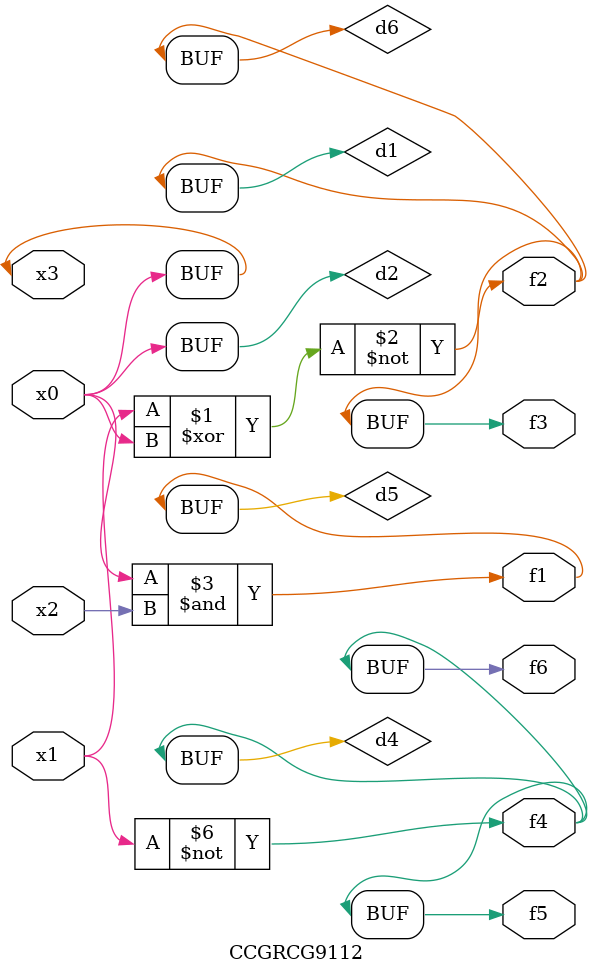
<source format=v>
module CCGRCG9112(
	input x0, x1, x2, x3,
	output f1, f2, f3, f4, f5, f6
);

	wire d1, d2, d3, d4, d5, d6;

	xnor (d1, x1, x3);
	buf (d2, x0, x3);
	nand (d3, x0, x2);
	not (d4, x1);
	nand (d5, d3);
	or (d6, d1);
	assign f1 = d5;
	assign f2 = d6;
	assign f3 = d6;
	assign f4 = d4;
	assign f5 = d4;
	assign f6 = d4;
endmodule

</source>
